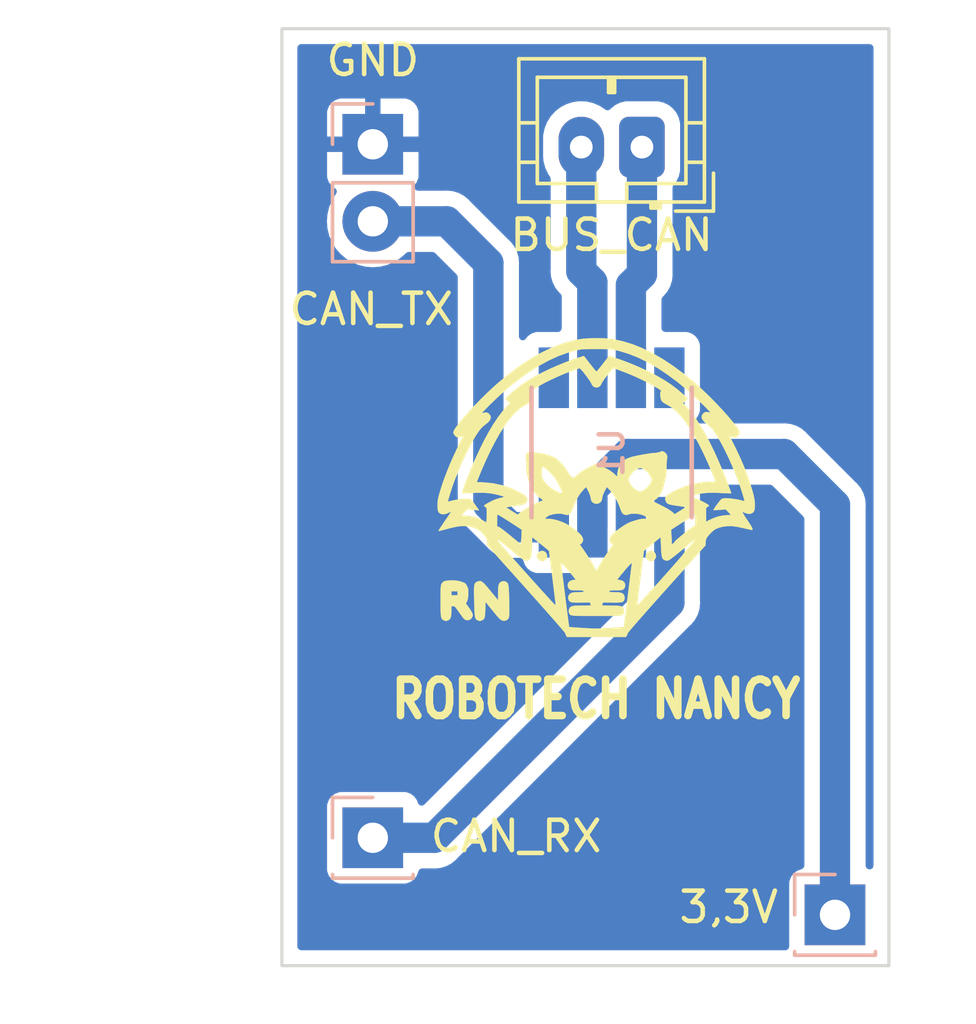
<source format=kicad_pcb>
(kicad_pcb (version 20211014) (generator pcbnew)
  (layers (0 "F.Cu" signal) (31 "B.Cu" signal) (34 "B.Paste" user) (35 "F.Paste" user) (36 "B.SilkS" user "B.Silkscreen") (37 "F.SilkS" user "F.Silkscreen") (38 "B.Mask" user) (39 "F.Mask" user) (44 "Edge.Cuts" user))
  (net 0 "")
  (net 1 "GND")
  (net 2 "CAN_RX")
  (net 3 "CAN_TX")
  (net 4 "+3V3")
  (net 6 "CAN_L")
  (net 7 "CAN_H")
  (footprint "Connector_JST:JST_PH_B2B-PH-K_1x02_P2.00mm_Vertical" (layer "F.Cu") (at 155.94 63.8468 180)
    (fp_text reference "BUS_CAN" (at 1 -2.9) (layer "F.SilkS"))
    (fp_text value "Conn_01x02")
    (pad "1" thru_hole roundrect locked (at 0 0 180) (size 1.5 2) (drill 0.75) (layers *.Cu *.Mask) (roundrect_rratio 0.208333) (net 7 "CAN_H"))
    (pad "2" thru_hole oval locked (at 2 0 180) (size 1.5 2) (drill 0.75) (layers *.Cu *.Mask) (net 6 "CAN_L"))
  )
  (footprint "Logos:logoRobotechNancy10x10" (layer "F.Cu") (at 154.432 74.93)
    (fp_text reference "G***" hide)
    (fp_text value "LOGO" hide)
  )
  (footprint "Connector_PinSocket_2.54mm:PinSocket_1x01_P2.54mm_Vertical" (layer "B.Cu") (at 147.066 86.614 180)
    (fp_text reference "CAN_RX" (at -4.7244 0.0508) (layer "F.SilkS"))
    (fp_text value "Conn_01x01")
    (pad "1" thru_hole rect locked (at 0 0 180) (size 2 2) (drill 1) (layers *.Cu *.Mask) (net 2 "CAN_RX"))
  )
  (footprint "empreinte:SO-8_S" (layer "B.Cu") (at 154.94 73.914 90)
    (fp_text reference "U1" (at 0 0 90) (layer "B.SilkS") (effects (font (size 0.787402 0.787402)) (justify mirror)))
    (fp_text value "TCAN332")
    (pad "1" smd rect locked (at -2.4638 1.905 90) (size 2 1) (layers "B.Cu" "B.Paste" "B.Mask") (net 2 "CAN_RX"))
    (pad "2" smd rect locked (at -2.4638 0.635 90) (size 2 1) (layers "B.Cu" "B.Paste" "B.Mask") (net 1 "GND"))
    (pad "3" smd rect locked (at -2.4638 -0.635 90) (size 2 1) (layers "B.Cu" "B.Paste" "B.Mask") (net 4 "+3V3"))
    (pad "4" smd rect locked (at -2.4638 -1.905 90) (size 2 1) (layers "B.Cu" "B.Paste" "B.Mask") (net 3 "CAN_TX"))
    (pad "5" smd rect locked (at 2.4638 -1.905 90) (size 2 1) (layers "B.Cu" "B.Paste" "B.Mask"))
    (pad "6" smd rect locked (at 2.4638 -0.635 90) (size 2 1) (layers "B.Cu" "B.Paste" "B.Mask") (net 6 "CAN_L"))
    (pad "7" smd rect locked (at 2.4638 0.635 90) (size 2 1) (layers "B.Cu" "B.Paste" "B.Mask") (net 7 "CAN_H"))
    (pad "8" smd rect locked (at 2.4638 1.905 90) (size 2 1) (layers "B.Cu" "B.Paste" "B.Mask"))
  )
  (footprint "Connector_PinSocket_2.54mm:PinSocket_1x02_P2.54mm_Vertical" (layer "B.Cu") (at 147.066 63.754 180)
    (fp_text reference "GND" (at 0 2.77) (layer "F.SilkS"))
    (fp_text value "Conn_01x02")
    (pad "1" thru_hole rect locked (at 0 0 180) (size 2 2) (drill 1) (layers *.Cu *.Mask) (net 1 "GND"))
    (pad "2" thru_hole oval locked (at 0 -2.54 180) (size 2 2) (drill 1) (layers *.Cu *.Mask) (net 3 "CAN_TX"))
  )
  (footprint "Connector_PinSocket_2.54mm:PinSocket_1x01_P2.54mm_Vertical" (layer "B.Cu") (at 162.306 89.154 180)
    (fp_text reference "3,3V" (at 3.5052 0.254) (layer "F.SilkS"))
    (fp_text value "Conn_01x01")
    (pad "1" thru_hole rect locked (at 0 0 180) (size 2 2) (drill 1) (layers *.Cu *.Mask) (net 4 "+3V3"))
  )
  (gr_rect (start 144.0688 59.944) (end 164.084 90.8304) (layer "Edge.Cuts") (width 0.1) (fill none))
  (gr_text "CAN_TX\n" (at 147.0152 69.1896) (layer "F.SilkS") (effects (font (size 1 1))))
  (gr_text "ROBOTECH NANCY" (at 154.432 82.042) (layer "F.SilkS") (effects (font (size 1.2 1) (thickness 0.25))))
  (segment (start 147.066 86.614) (end 149.098 86.614) (width 1) (layer "B.Cu") (net 2))
  (segment (start 149.098 86.614) (end 156.845 78.867) (width 1) (layer "B.Cu") (net 2))
  (segment (start 156.845 78.867) (end 156.845 76.3778) (width 1) (layer "B.Cu") (net 2))
  (segment (start 150.876 67.6656) (end 150.876 75.6412) (width 1) (layer "B.Cu") (net 3))
  (segment (start 149.5044 66.294) (end 150.876 67.6656) (width 1) (layer "B.Cu") (net 3))
  (segment (start 147.066 66.294) (end 149.5044 66.294) (width 1) (layer "B.Cu") (net 3))
  (segment (start 151.6126 76.3778) (end 153.035 76.3778) (width 1) (layer "B.Cu") (net 3))
  (segment (start 150.876 75.6412) (end 151.6126 76.3778) (width 1) (layer "B.Cu") (net 3))
  (segment (start 162.306 75.6412) (end 160.6296 73.9648) (width 1) (layer "B.Cu") (net 4))
  (segment (start 155.468 73.9648) (end 154.305 75.1278) (width 1) (layer "B.Cu") (net 4))
  (segment (start 160.6296 73.9648) (end 155.468 73.9648) (width 1) (layer "B.Cu") (net 4))
  (segment (start 162.306 89.154) (end 162.306 75.6412) (width 1) (layer "B.Cu") (net 4))
  (segment (start 154.305 75.1278) (end 154.305 76.3778) (width 1) (layer "B.Cu") (net 4))
  (segment (start 154.305 71.4502) (end 154.305 68.3006) (width 1) (layer "B.Cu") (net 6))
  (segment (start 153.94 67.9356) (end 153.94 63.8468) (width 1) (layer "B.Cu") (net 6))
  (segment (start 154.305 68.3006) (end 153.94 67.9356) (width 1) (layer "B.Cu") (net 6))
  (segment (start 155.94 68.0372) (end 155.575 68.4022) (width 1) (layer "B.Cu") (net 7))
  (segment (start 155.94 63.8468) (end 155.94 68.0372) (width 1) (layer "B.Cu") (net 7))
  (segment (start 155.575 68.4022) (end 155.575 71.4502) (width 1) (layer "B.Cu") (net 7))
  (zone (net 1) (net_name "GND") (layer "B.Cu") (connect_pads (clearance 0.508)) (min_thickness 0.254) (fill yes (thermal_gap 0.508) (thermal_bridge_width 0.508))
    (polygon (pts (xy 164.1348 90.7288) (xy 144.1196 90.7796) (xy 144.0688 59.8932) (xy 164.1348 59.8932)))
  )
)
</source>
